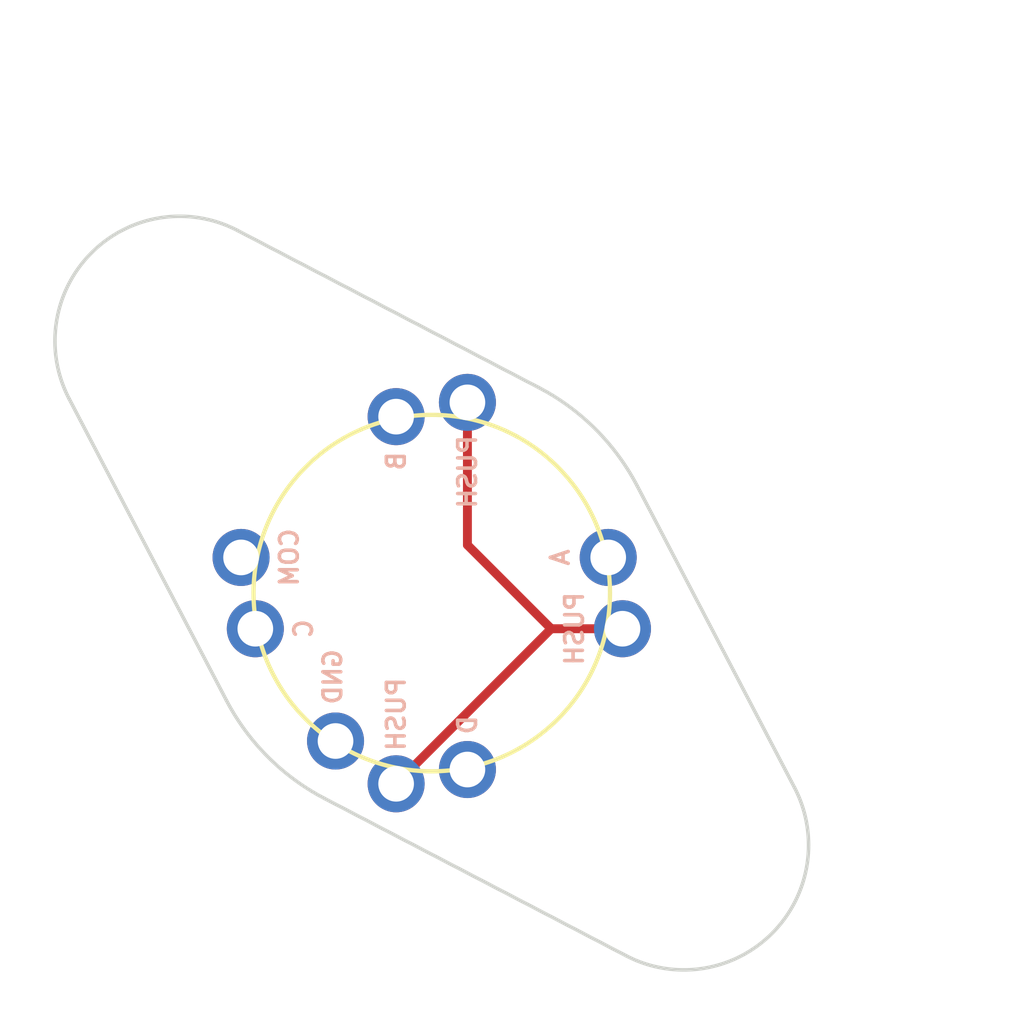
<source format=kicad_pcb>
(kicad_pcb (version 20221018) (generator pcbnew)
  (layers (0 "F.Cu" signal) (31 "B.Cu" signal) (34 "B.Paste" user) (35 "F.Paste" user) (36 "B.SilkS" user "B.Silkscreen") (37 "F.SilkS" user "F.Silkscreen") (38 "B.Mask" user) (39 "F.Mask" user) (44 "Edge.Cuts" user))
  (net 0 "")
  (net 2 "unconnected-(U1-PUSH-Pad2)")
  (footprint "Alps:RKJXM1015004" (layer "F.Cu") (at 38.964466 32.5 90)
    (fp_text reference "U1" hide)
    (fp_text value "RKJXM1015004")
    (fp_text user "A" (at 1 3.6 90 unlocked) (layer "B.SilkS") (effects (font (size 0.5 0.5) (thickness 0.1)) (justify mirror)))
    (fp_text user "D" (at -3.7 1 90 unlocked) (layer "B.SilkS") (effects (font (size 0.5 0.5) (thickness 0.1)) (justify mirror)))
    (fp_text user "PUSH" (at -3.4 -1 90 unlocked) (layer "B.SilkS") (effects (font (size 0.5 0.5) (thickness 0.1)) (justify mirror)))
    (fp_text user "C" (at -1 -3.6 90 unlocked) (layer "B.SilkS") (effects (font (size 0.5 0.5) (thickness 0.1)) (justify mirror)))
    (fp_text user "PUSH" (at -1 4 90 unlocked) (layer "B.SilkS") (effects (font (size 0.5 0.5) (thickness 0.1)) (justify mirror)))
    (fp_text user "PUSH" (at 3.4 1 90 unlocked) (layer "B.SilkS") (effects (font (size 0.5 0.5) (thickness 0.1)) (justify mirror)))
    (fp_text user "COM" (at 1 -4 90 unlocked) (layer "B.SilkS") (effects (font (size 0.5 0.5) (thickness 0.1)) (justify mirror)))
    (fp_text user "GND" (at -2.35 -2.78 90 unlocked) (layer "B.SilkS") (effects (font (size 0.5 0.5) (thickness 0.1)) (justify mirror)))
    (fp_text user "B" (at 3.7 -1 90 unlocked) (layer "B.SilkS") (effects (font (size 0.5 0.5) (thickness 0.1)) (justify mirror)))
    (fp_circle (center 0 0) (end 0 -5) (stroke (width 0.12)) (fill none) (layer "F.SilkS"))
    (pad "" np_thru_hole circle (at 1 -3 90) (size 1.1 1.1) (drill 1.1) (layers "F&B.Cu" "*.Mask"))
    (pad "1" thru_hole circle (at -4.15 -2.7 90) (size 1.6 1.6) (drill 1) (layers "*.Cu" "*.Mask"))
    (pad "2" thru_hole circle (at -5.35 -1 90) (size 1.6 1.6) (drill 1) (layers "*.Cu" "*.Mask") (net 2 "unconnected-(U1-PUSH-Pad2)"))
    (pad "2" thru_hole circle (at -1 5.35 90) (size 1.6 1.6) (drill 1) (layers "*.Cu" "*.Mask") (net 2 "unconnected-(U1-PUSH-Pad2)"))
    (pad "2" thru_hole circle (at 5.35 1 90) (size 1.6 1.6) (drill 1) (layers "*.Cu" "*.Mask") (net 2 "unconnected-(U1-PUSH-Pad2)"))
    (pad "3" thru_hole circle (at 1 -5.35 90) (size 1.6 1.6) (drill 1) (layers "*.Cu" "*.Mask"))
    (pad "4" thru_hole circle (at 1 4.95 90) (size 1.6 1.6) (drill 1) (layers "*.Cu" "*.Mask"))
    (pad "5" thru_hole circle (at 4.95 -1 90) (size 1.6 1.6) (drill 1) (layers "*.Cu" "*.Mask"))
    (pad "6" thru_hole circle (at -1 -4.95 90) (size 1.6 1.6) (drill 1) (layers "*.Cu" "*.Mask"))
    (pad "7" thru_hole circle (at -4.95 1 90) (size 1.6 1.6) (drill 1) (layers "*.Cu" "*.Mask"))
  )
  (footprint "MountingHole:MountingHole_2.2mm_M2" (layer "F.Cu") (at 46.035534 39.571068 135)
    (fp_text reference "REF**" hide)
    (fp_text value "MountingHole_2.2mm_M2")
    (pad "" np_thru_hole circle (at 0 0 135) (size 2.2 2.2) (drill 2.2) (layers "*.Cu" "*.Mask"))
  )
  (footprint "MountingHole:MountingHole_2.2mm_M2" (layer "F.Cu") (at 31.893398 25.428932 135)
    (fp_text reference "REF**" hide)
    (fp_text value "MountingHole_2.2mm_M2")
    (pad "" np_thru_hole circle (at 0 0 135) (size 2.2 2.2) (drill 2.2) (layers "*.Cu" "*.Mask"))
  )
  (gr_arc (start 35.958834 38.263348) (mid 34.368422 37.096058) (end 33.201127 35.505649) (stroke (width 0.1)) (layer "Edge.Cuts"))
  (gr_arc (start 28.790057 27.047349) (mid 29.418521 22.954062) (end 33.511807 22.325587) (stroke (width 0.1)) (layer "Edge.Cuts"))
  (gr_arc (start 41.970098 26.736652) (mid 43.56066 27.903806) (end 44.727814 29.494368) (stroke (width 0.1)) (layer "Edge.Cuts"))
  (gr_line (start 49.138875 37.952651) (end 44.727814 29.494368) (stroke (width 0.1)) (layer "Edge.Cuts"))
  (gr_line (start 28.790057 27.047349) (end 33.201127 35.505649) (stroke (width 0.1)) (layer "Edge.Cuts"))
  (gr_line (start 44.417117 42.674409) (end 35.958834 38.263348) (stroke (width 0.1)) (layer "Edge.Cuts"))
  (gr_arc (start 49.138875 37.952651) (mid 48.510408 42.045942) (end 44.417117 42.674409) (stroke (width 0.1)) (layer "Edge.Cuts"))
  (gr_line (start 41.970098 26.736652) (end 33.511807 22.325587) (stroke (width 0.1)) (layer "Edge.Cuts"))
  (segment (start 42.314466 33.5) (end 44.314466 33.5) (width 0.25) (layer "F.Cu") (net 2))
  (segment (start 37.964466 37.85) (end 42.314466 33.5) (width 0.25) (layer "F.Cu") (net 2))
  (segment (start 39.964466 31.15) (end 42.314466 33.5) (width 0.25) (layer "F.Cu") (net 2))
  (segment (start 39.964466 27.15) (end 39.964466 31.15) (width 0.25) (layer "F.Cu") (net 2))
)
</source>
